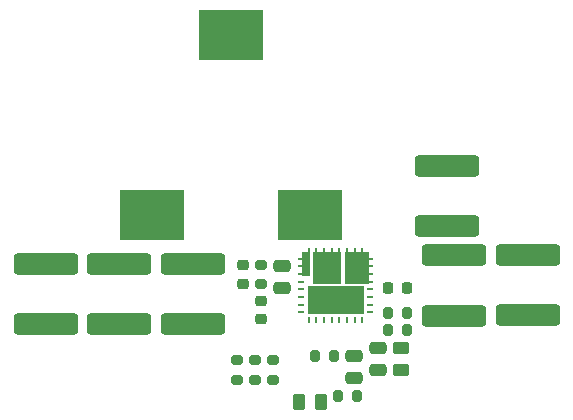
<source format=gtp>
%TF.GenerationSoftware,KiCad,Pcbnew,7.0.1-3b83917a11~172~ubuntu22.10.1*%
%TF.CreationDate,2023-09-26T16:25:11+02:00*%
%TF.ProjectId,MIC28517,4d494332-3835-4313-972e-6b696361645f,rev?*%
%TF.SameCoordinates,Original*%
%TF.FileFunction,Paste,Top*%
%TF.FilePolarity,Positive*%
%FSLAX46Y46*%
G04 Gerber Fmt 4.6, Leading zero omitted, Abs format (unit mm)*
G04 Created by KiCad (PCBNEW 7.0.1-3b83917a11~172~ubuntu22.10.1) date 2023-09-26 16:25:11*
%MOMM*%
%LPD*%
G01*
G04 APERTURE LIST*
G04 Aperture macros list*
%AMRoundRect*
0 Rectangle with rounded corners*
0 $1 Rounding radius*
0 $2 $3 $4 $5 $6 $7 $8 $9 X,Y pos of 4 corners*
0 Add a 4 corners polygon primitive as box body*
4,1,4,$2,$3,$4,$5,$6,$7,$8,$9,$2,$3,0*
0 Add four circle primitives for the rounded corners*
1,1,$1+$1,$2,$3*
1,1,$1+$1,$4,$5*
1,1,$1+$1,$6,$7*
1,1,$1+$1,$8,$9*
0 Add four rect primitives between the rounded corners*
20,1,$1+$1,$2,$3,$4,$5,0*
20,1,$1+$1,$4,$5,$6,$7,0*
20,1,$1+$1,$6,$7,$8,$9,0*
20,1,$1+$1,$8,$9,$2,$3,0*%
G04 Aperture macros list end*
%ADD10RoundRect,0.200000X-0.200000X-0.275000X0.200000X-0.275000X0.200000X0.275000X-0.200000X0.275000X0*%
%ADD11RoundRect,0.200000X-0.275000X0.200000X-0.275000X-0.200000X0.275000X-0.200000X0.275000X0.200000X0*%
%ADD12RoundRect,0.200000X0.200000X0.275000X-0.200000X0.275000X-0.200000X-0.275000X0.200000X-0.275000X0*%
%ADD13RoundRect,0.200000X0.275000X-0.200000X0.275000X0.200000X-0.275000X0.200000X-0.275000X-0.200000X0*%
%ADD14R,0.609600X0.254000*%
%ADD15R,0.254000X0.609600*%
%ADD16R,4.851400X2.362200*%
%ADD17R,2.133600X2.692400*%
%ADD18R,2.387600X2.692400*%
%ADD19R,0.762000X2.032000*%
%ADD20RoundRect,0.250000X0.450000X-0.262500X0.450000X0.262500X-0.450000X0.262500X-0.450000X-0.262500X0*%
%ADD21RoundRect,0.250000X0.262500X0.450000X-0.262500X0.450000X-0.262500X-0.450000X0.262500X-0.450000X0*%
%ADD22R,5.500000X4.250000*%
%ADD23RoundRect,0.250000X-2.450000X0.650000X-2.450000X-0.650000X2.450000X-0.650000X2.450000X0.650000X0*%
%ADD24RoundRect,0.250000X-0.475000X0.250000X-0.475000X-0.250000X0.475000X-0.250000X0.475000X0.250000X0*%
%ADD25RoundRect,0.250000X2.450000X-0.650000X2.450000X0.650000X-2.450000X0.650000X-2.450000X-0.650000X0*%
%ADD26RoundRect,0.250000X0.475000X-0.250000X0.475000X0.250000X-0.475000X0.250000X-0.475000X-0.250000X0*%
%ADD27RoundRect,0.225000X-0.250000X0.225000X-0.250000X-0.225000X0.250000X-0.225000X0.250000X0.225000X0*%
%ADD28RoundRect,0.225000X0.250000X-0.225000X0.250000X0.225000X-0.250000X0.225000X-0.250000X-0.225000X0*%
%ADD29RoundRect,0.225000X-0.225000X-0.250000X0.225000X-0.250000X0.225000X0.250000X-0.225000X0.250000X0*%
G04 APERTURE END LIST*
D10*
%TO.C,R10*%
X177675000Y-86125000D03*
X179325000Y-86125000D03*
%TD*%
D11*
%TO.C,R9*%
X173150000Y-78425000D03*
X173150000Y-80075000D03*
%TD*%
D12*
%TO.C,R8*%
X185500000Y-83950000D03*
X183850000Y-83950000D03*
%TD*%
%TO.C,R7*%
X185500000Y-82475000D03*
X183850000Y-82475000D03*
%TD*%
D11*
%TO.C,R5*%
X174100000Y-86512500D03*
X174100000Y-88162500D03*
%TD*%
D13*
%TO.C,R3*%
X172625000Y-88162500D03*
X172625000Y-86512500D03*
%TD*%
%TO.C,R2*%
X171125000Y-88150000D03*
X171125000Y-86500000D03*
%TD*%
D10*
%TO.C,R1*%
X179600000Y-89525000D03*
X181250000Y-89525000D03*
%TD*%
D14*
%TO.C,U1*%
X182320600Y-82449999D03*
X182320600Y-81800001D03*
X182320600Y-81149999D03*
X182320600Y-80500001D03*
X182320600Y-79849999D03*
X182320600Y-79200001D03*
X182320600Y-78549999D03*
X182320600Y-77900001D03*
D15*
X181699999Y-77279400D03*
X181050001Y-77279400D03*
X180399999Y-77279400D03*
X179750001Y-77279400D03*
X179099999Y-77279400D03*
X178450001Y-77279400D03*
X177799999Y-77279400D03*
X177150001Y-77279400D03*
D14*
X176529400Y-77900001D03*
X176529400Y-78549999D03*
X176529400Y-79200001D03*
X176529400Y-79849999D03*
X176529400Y-80500001D03*
X176529400Y-81149999D03*
X176529400Y-81800001D03*
X176529400Y-82449999D03*
D15*
X177150001Y-83070600D03*
X177799999Y-83070600D03*
X178450001Y-83070600D03*
X179099999Y-83070600D03*
X179750001Y-83070600D03*
X180399999Y-83070600D03*
X181050001Y-83070600D03*
X181699999Y-83070600D03*
D16*
X179425000Y-81420000D03*
D17*
X181205000Y-78680000D03*
D18*
X178730000Y-78680000D03*
D19*
X176950000Y-78355000D03*
%TD*%
D20*
%TO.C,R6*%
X184950000Y-87312500D03*
X184950000Y-85487500D03*
%TD*%
D21*
%TO.C,R4*%
X176350000Y-90025000D03*
X178175000Y-90025000D03*
%TD*%
D22*
%TO.C,L1*%
X163925000Y-74225000D03*
X177225000Y-74225000D03*
X170575000Y-58975000D03*
%TD*%
D23*
%TO.C,C14*%
X189425000Y-77625000D03*
X189425000Y-82725000D03*
%TD*%
%TO.C,C13*%
X195700000Y-82700000D03*
X195700000Y-77600000D03*
%TD*%
D24*
%TO.C,C12*%
X183000000Y-85450000D03*
X183000000Y-87350000D03*
%TD*%
D25*
%TO.C,C11*%
X188900000Y-75150000D03*
X188900000Y-70050000D03*
%TD*%
D23*
%TO.C,C10*%
X154875000Y-78325000D03*
X154875000Y-83425000D03*
%TD*%
D26*
%TO.C,C9*%
X174875000Y-80425000D03*
X174875000Y-78525000D03*
%TD*%
D23*
%TO.C,C8*%
X161075000Y-78325000D03*
X161075000Y-83425000D03*
%TD*%
D27*
%TO.C,C7*%
X171625000Y-80025000D03*
X171625000Y-78475000D03*
%TD*%
D23*
%TO.C,C6*%
X167375000Y-78325000D03*
X167375000Y-83425000D03*
%TD*%
D28*
%TO.C,C4*%
X173125000Y-83025000D03*
X173125000Y-81475000D03*
%TD*%
D29*
%TO.C,C2*%
X183900000Y-80425000D03*
X185450000Y-80425000D03*
%TD*%
D24*
%TO.C,C1*%
X181025000Y-86125000D03*
X181025000Y-88025000D03*
%TD*%
M02*

</source>
